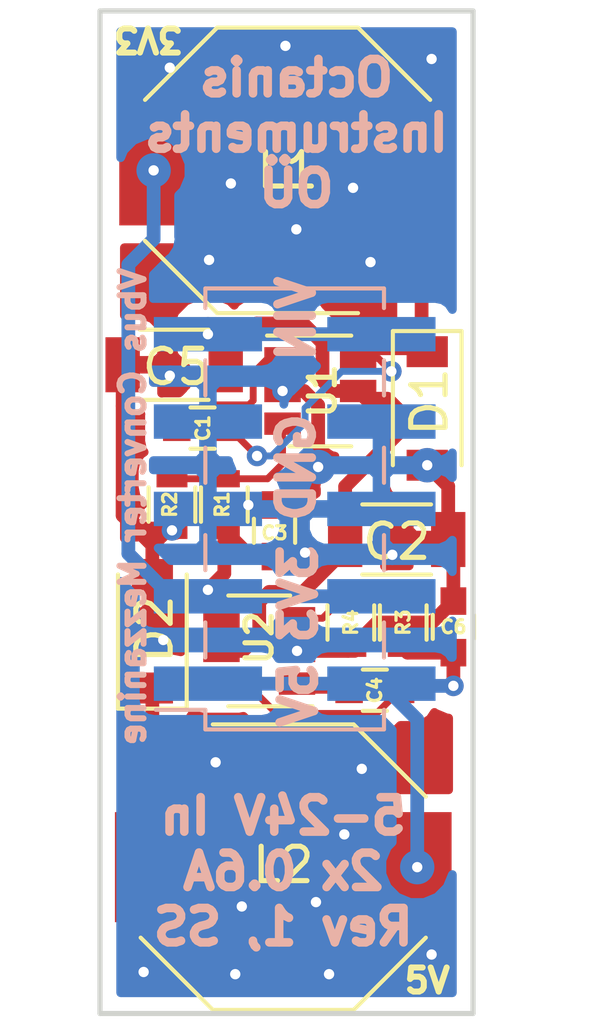
<source format=kicad_pcb>
(kicad_pcb (version 20171130) (host pcbnew "(5.0.1-3-g963ef8bb5)")

  (general
    (thickness 1.6)
    (drawings 13)
    (tracks 153)
    (zones 0)
    (modules 17)
    (nets 13)
  )

  (page A4)
  (layers
    (0 F.Cu signal)
    (31 B.Cu signal)
    (32 B.Adhes user)
    (33 F.Adhes user)
    (34 B.Paste user)
    (35 F.Paste user)
    (36 B.SilkS user)
    (37 F.SilkS user)
    (38 B.Mask user)
    (39 F.Mask user)
    (40 Dwgs.User user)
    (41 Cmts.User user)
    (42 Eco1.User user)
    (43 Eco2.User user)
    (44 Edge.Cuts user)
    (45 Margin user)
    (46 B.CrtYd user)
    (47 F.CrtYd user)
    (48 B.Fab user)
    (49 F.Fab user)
  )

  (setup
    (last_trace_width 0.25)
    (user_trace_width 0.2)
    (user_trace_width 0.25)
    (user_trace_width 0.4)
    (trace_clearance 0.2)
    (zone_clearance 0.4)
    (zone_45_only no)
    (trace_min 0.2)
    (segment_width 0.2)
    (edge_width 0.15)
    (via_size 0.6)
    (via_drill 0.3)
    (via_min_size 0.4)
    (via_min_drill 0.3)
    (user_via 0.6 0.3)
    (user_via 0.7 0.4)
    (user_via 1 0.3)
    (uvia_size 0.3)
    (uvia_drill 0.1)
    (uvias_allowed no)
    (uvia_min_size 0.2)
    (uvia_min_drill 0.1)
    (pcb_text_width 0.3)
    (pcb_text_size 1.5 1.5)
    (mod_edge_width 0.15)
    (mod_text_size 1 1)
    (mod_text_width 0.15)
    (pad_size 1.524 1.524)
    (pad_drill 0.762)
    (pad_to_mask_clearance 0.051)
    (solder_mask_min_width 0.25)
    (aux_axis_origin 0 0)
    (visible_elements FFFDFFFF)
    (pcbplotparams
      (layerselection 0x010fc_ffffffff)
      (usegerberextensions false)
      (usegerberattributes false)
      (usegerberadvancedattributes false)
      (creategerberjobfile false)
      (excludeedgelayer true)
      (linewidth 0.149860)
      (plotframeref false)
      (viasonmask false)
      (mode 1)
      (useauxorigin false)
      (hpglpennumber 1)
      (hpglpenspeed 20)
      (hpglpendiameter 15.000000)
      (psnegative false)
      (psa4output false)
      (plotreference true)
      (plotvalue true)
      (plotinvisibletext false)
      (padsonsilk false)
      (subtractmaskfromsilk false)
      (outputformat 1)
      (mirror false)
      (drillshape 1)
      (scaleselection 1)
      (outputdirectory ""))
  )

  (net 0 "")
  (net 1 "Net-(C1-Pad1)")
  (net 2 "Net-(C1-Pad2)")
  (net 3 GND)
  (net 4 VBUS)
  (net 5 "Net-(C4-Pad1)")
  (net 6 "Net-(C4-Pad2)")
  (net 7 +3V3)
  (net 8 +5V)
  (net 9 "Net-(R1-Pad2)")
  (net 10 "Net-(R3-Pad2)")
  (net 11 "Net-(U1-Pad4)")
  (net 12 "Net-(U2-Pad4)")

  (net_class Default "This is the default net class."
    (clearance 0.2)
    (trace_width 0.2)
    (via_dia 0.6)
    (via_drill 0.3)
    (uvia_dia 0.3)
    (uvia_drill 0.1)
    (add_net +3V3)
    (add_net +5V)
    (add_net GND)
    (add_net "Net-(C1-Pad1)")
    (add_net "Net-(C1-Pad2)")
    (add_net "Net-(C4-Pad1)")
    (add_net "Net-(C4-Pad2)")
    (add_net "Net-(R1-Pad2)")
    (add_net "Net-(R3-Pad2)")
    (add_net "Net-(U1-Pad4)")
    (add_net "Net-(U2-Pad4)")
    (add_net VBUS)
  )

  (net_class Power ""
    (clearance 0.25)
    (trace_width 0.4)
    (via_dia 1)
    (via_drill 0.6)
    (uvia_dia 0.3)
    (uvia_drill 0.1)
  )

  (module Capacitors_SMD:C_0603 (layer F.Cu) (tedit 5C45E7A5) (tstamp 5C45ECE3)
    (at 104.3305 67.183 180)
    (descr "Capacitor SMD 0603, reflow soldering, AVX (see smccp.pdf)")
    (tags "capacitor 0603")
    (path /5C4C38BE)
    (attr smd)
    (fp_text reference C1 (at -0.012 0 270) (layer F.SilkS)
      (effects (font (size 0.381 0.381) (thickness 0.09525)))
    )
    (fp_text value Cboot,0.1u (at 0 1.5 180) (layer F.Fab)
      (effects (font (size 1 1) (thickness 0.15)))
    )
    (fp_text user %R (at 0 0 180) (layer F.Fab)
      (effects (font (size 0.3 0.3) (thickness 0.075)))
    )
    (fp_line (start -0.8 0.4) (end -0.8 -0.4) (layer F.Fab) (width 0.1))
    (fp_line (start 0.8 0.4) (end -0.8 0.4) (layer F.Fab) (width 0.1))
    (fp_line (start 0.8 -0.4) (end 0.8 0.4) (layer F.Fab) (width 0.1))
    (fp_line (start -0.8 -0.4) (end 0.8 -0.4) (layer F.Fab) (width 0.1))
    (fp_line (start -0.35 -0.6) (end 0.35 -0.6) (layer F.SilkS) (width 0.12))
    (fp_line (start 0.35 0.6) (end -0.35 0.6) (layer F.SilkS) (width 0.12))
    (fp_line (start -1.4 -0.65) (end 1.4 -0.65) (layer F.CrtYd) (width 0.05))
    (fp_line (start -1.4 -0.65) (end -1.4 0.65) (layer F.CrtYd) (width 0.05))
    (fp_line (start 1.4 0.65) (end 1.4 -0.65) (layer F.CrtYd) (width 0.05))
    (fp_line (start 1.4 0.65) (end -1.4 0.65) (layer F.CrtYd) (width 0.05))
    (pad 1 smd rect (at -0.75 0 180) (size 0.8 0.75) (layers F.Cu F.Paste F.Mask)
      (net 1 "Net-(C1-Pad1)"))
    (pad 2 smd rect (at 0.75 0 180) (size 0.8 0.75) (layers F.Cu F.Paste F.Mask)
      (net 2 "Net-(C1-Pad2)"))
    (model Capacitors_SMD.3dshapes/C_0603.wrl
      (at (xyz 0 0 0))
      (scale (xyz 1 1 1))
      (rotate (xyz 0 0 0))
    )
  )

  (module Capacitors_SMD:C_1206 (layer F.Cu) (tedit 58AA84B8) (tstamp 5C461BF7)
    (at 109.982 70.4215)
    (descr "Capacitor SMD 1206, reflow soldering, AVX (see smccp.pdf)")
    (tags "capacitor 1206")
    (path /5C4C3436)
    (attr smd)
    (fp_text reference C2 (at 0 0.0635) (layer F.SilkS)
      (effects (font (size 1 1) (thickness 0.15)))
    )
    (fp_text value Cin,2.2u (at 0 2) (layer F.Fab)
      (effects (font (size 1 1) (thickness 0.15)))
    )
    (fp_line (start 2.25 1.05) (end -2.25 1.05) (layer F.CrtYd) (width 0.05))
    (fp_line (start 2.25 1.05) (end 2.25 -1.05) (layer F.CrtYd) (width 0.05))
    (fp_line (start -2.25 -1.05) (end -2.25 1.05) (layer F.CrtYd) (width 0.05))
    (fp_line (start -2.25 -1.05) (end 2.25 -1.05) (layer F.CrtYd) (width 0.05))
    (fp_line (start -1 1.02) (end 1 1.02) (layer F.SilkS) (width 0.12))
    (fp_line (start 1 -1.02) (end -1 -1.02) (layer F.SilkS) (width 0.12))
    (fp_line (start -1.6 -0.8) (end 1.6 -0.8) (layer F.Fab) (width 0.1))
    (fp_line (start 1.6 -0.8) (end 1.6 0.8) (layer F.Fab) (width 0.1))
    (fp_line (start 1.6 0.8) (end -1.6 0.8) (layer F.Fab) (width 0.1))
    (fp_line (start -1.6 0.8) (end -1.6 -0.8) (layer F.Fab) (width 0.1))
    (fp_text user %R (at 0 0.0635) (layer F.Fab)
      (effects (font (size 1 1) (thickness 0.15)))
    )
    (pad 2 smd rect (at 1.5 0) (size 1 1.6) (layers F.Cu F.Paste F.Mask)
      (net 3 GND))
    (pad 1 smd rect (at -1.5 0) (size 1 1.6) (layers F.Cu F.Paste F.Mask)
      (net 4 VBUS))
    (model Capacitors_SMD.3dshapes/C_1206.wrl
      (at (xyz 0 0 0))
      (scale (xyz 1 1 1))
      (rotate (xyz 0 0 0))
    )
  )

  (module Capacitors_SMD:C_0603 (layer F.Cu) (tedit 5C45E768) (tstamp 5C45ED05)
    (at 106.426 70.1675 90)
    (descr "Capacitor SMD 0603, reflow soldering, AVX (see smccp.pdf)")
    (tags "capacitor 0603")
    (path /5C4C39F1)
    (attr smd)
    (fp_text reference C3 (at -0.0635 0 180) (layer F.SilkS)
      (effects (font (size 0.381 0.381) (thickness 0.09525)))
    )
    (fp_text value Cout,22u (at 0 1.5 90) (layer F.Fab)
      (effects (font (size 1 1) (thickness 0.15)))
    )
    (fp_line (start 1.4 0.65) (end -1.4 0.65) (layer F.CrtYd) (width 0.05))
    (fp_line (start 1.4 0.65) (end 1.4 -0.65) (layer F.CrtYd) (width 0.05))
    (fp_line (start -1.4 -0.65) (end -1.4 0.65) (layer F.CrtYd) (width 0.05))
    (fp_line (start -1.4 -0.65) (end 1.4 -0.65) (layer F.CrtYd) (width 0.05))
    (fp_line (start 0.35 0.6) (end -0.35 0.6) (layer F.SilkS) (width 0.12))
    (fp_line (start -0.35 -0.6) (end 0.35 -0.6) (layer F.SilkS) (width 0.12))
    (fp_line (start -0.8 -0.4) (end 0.8 -0.4) (layer F.Fab) (width 0.1))
    (fp_line (start 0.8 -0.4) (end 0.8 0.4) (layer F.Fab) (width 0.1))
    (fp_line (start 0.8 0.4) (end -0.8 0.4) (layer F.Fab) (width 0.1))
    (fp_line (start -0.8 0.4) (end -0.8 -0.4) (layer F.Fab) (width 0.1))
    (fp_text user %R (at 0 0 90) (layer F.Fab)
      (effects (font (size 0.3 0.3) (thickness 0.075)))
    )
    (pad 2 smd rect (at 0.75 0 90) (size 0.8 0.75) (layers F.Cu F.Paste F.Mask)
      (net 3 GND))
    (pad 1 smd rect (at -0.75 0 90) (size 0.8 0.75) (layers F.Cu F.Paste F.Mask)
      (net 7 +3V3))
    (model Capacitors_SMD.3dshapes/C_0603.wrl
      (at (xyz 0 0 0))
      (scale (xyz 1 1 1))
      (rotate (xyz 0 0 0))
    )
  )

  (module Capacitors_SMD:C_0603 (layer F.Cu) (tedit 5C45E7E1) (tstamp 5C45ED16)
    (at 109.347 74.803 180)
    (descr "Capacitor SMD 0603, reflow soldering, AVX (see smccp.pdf)")
    (tags "capacitor 0603")
    (path /5C4C7B9A)
    (attr smd)
    (fp_text reference C4 (at 0 0 270) (layer F.SilkS)
      (effects (font (size 0.381 0.381) (thickness 0.09525)))
    )
    (fp_text value Cboot,0.1u (at 0 1.5 180) (layer F.Fab)
      (effects (font (size 1 1) (thickness 0.15)))
    )
    (fp_text user %R (at 0 0 180) (layer F.Fab)
      (effects (font (size 0.3 0.3) (thickness 0.075)))
    )
    (fp_line (start -0.8 0.4) (end -0.8 -0.4) (layer F.Fab) (width 0.1))
    (fp_line (start 0.8 0.4) (end -0.8 0.4) (layer F.Fab) (width 0.1))
    (fp_line (start 0.8 -0.4) (end 0.8 0.4) (layer F.Fab) (width 0.1))
    (fp_line (start -0.8 -0.4) (end 0.8 -0.4) (layer F.Fab) (width 0.1))
    (fp_line (start -0.35 -0.6) (end 0.35 -0.6) (layer F.SilkS) (width 0.12))
    (fp_line (start 0.35 0.6) (end -0.35 0.6) (layer F.SilkS) (width 0.12))
    (fp_line (start -1.4 -0.65) (end 1.4 -0.65) (layer F.CrtYd) (width 0.05))
    (fp_line (start -1.4 -0.65) (end -1.4 0.65) (layer F.CrtYd) (width 0.05))
    (fp_line (start 1.4 0.65) (end 1.4 -0.65) (layer F.CrtYd) (width 0.05))
    (fp_line (start 1.4 0.65) (end -1.4 0.65) (layer F.CrtYd) (width 0.05))
    (pad 1 smd rect (at -0.75 0 180) (size 0.8 0.75) (layers F.Cu F.Paste F.Mask)
      (net 5 "Net-(C4-Pad1)"))
    (pad 2 smd rect (at 0.75 0 180) (size 0.8 0.75) (layers F.Cu F.Paste F.Mask)
      (net 6 "Net-(C4-Pad2)"))
    (model Capacitors_SMD.3dshapes/C_0603.wrl
      (at (xyz 0 0 0))
      (scale (xyz 1 1 1))
      (rotate (xyz 0 0 0))
    )
  )

  (module Capacitors_SMD:C_1206 (layer F.Cu) (tedit 58AA84B8) (tstamp 5C45ED27)
    (at 103.505 65.3415 180)
    (descr "Capacitor SMD 1206, reflow soldering, AVX (see smccp.pdf)")
    (tags "capacitor 1206")
    (path /5C4C7B85)
    (attr smd)
    (fp_text reference C5 (at -0.0635 -0.0635 180) (layer F.SilkS)
      (effects (font (size 1 1) (thickness 0.15)))
    )
    (fp_text value Cin,2.2u (at 0 2 180) (layer F.Fab)
      (effects (font (size 1 1) (thickness 0.15)))
    )
    (fp_text user %R (at -0.0635 -0.0635 180) (layer F.Fab)
      (effects (font (size 1 1) (thickness 0.15)))
    )
    (fp_line (start -1.6 0.8) (end -1.6 -0.8) (layer F.Fab) (width 0.1))
    (fp_line (start 1.6 0.8) (end -1.6 0.8) (layer F.Fab) (width 0.1))
    (fp_line (start 1.6 -0.8) (end 1.6 0.8) (layer F.Fab) (width 0.1))
    (fp_line (start -1.6 -0.8) (end 1.6 -0.8) (layer F.Fab) (width 0.1))
    (fp_line (start 1 -1.02) (end -1 -1.02) (layer F.SilkS) (width 0.12))
    (fp_line (start -1 1.02) (end 1 1.02) (layer F.SilkS) (width 0.12))
    (fp_line (start -2.25 -1.05) (end 2.25 -1.05) (layer F.CrtYd) (width 0.05))
    (fp_line (start -2.25 -1.05) (end -2.25 1.05) (layer F.CrtYd) (width 0.05))
    (fp_line (start 2.25 1.05) (end 2.25 -1.05) (layer F.CrtYd) (width 0.05))
    (fp_line (start 2.25 1.05) (end -2.25 1.05) (layer F.CrtYd) (width 0.05))
    (pad 1 smd rect (at -1.5 0 180) (size 1 1.6) (layers F.Cu F.Paste F.Mask)
      (net 4 VBUS))
    (pad 2 smd rect (at 1.5 0 180) (size 1 1.6) (layers F.Cu F.Paste F.Mask)
      (net 3 GND))
    (model Capacitors_SMD.3dshapes/C_1206.wrl
      (at (xyz 0 0 0))
      (scale (xyz 1 1 1))
      (rotate (xyz 0 0 0))
    )
  )

  (module Capacitors_SMD:C_0603 (layer F.Cu) (tedit 5C45E783) (tstamp 5C45ED38)
    (at 111.633 72.9615 90)
    (descr "Capacitor SMD 0603, reflow soldering, AVX (see smccp.pdf)")
    (tags "capacitor 0603")
    (path /5C4C7BAF)
    (attr smd)
    (fp_text reference C6 (at 0 0 180) (layer F.SilkS)
      (effects (font (size 0.381 0.381) (thickness 0.09525)))
    )
    (fp_text value Cout,22u (at 0 1.5 90) (layer F.Fab)
      (effects (font (size 1 1) (thickness 0.15)))
    )
    (fp_line (start 1.4 0.65) (end -1.4 0.65) (layer F.CrtYd) (width 0.05))
    (fp_line (start 1.4 0.65) (end 1.4 -0.65) (layer F.CrtYd) (width 0.05))
    (fp_line (start -1.4 -0.65) (end -1.4 0.65) (layer F.CrtYd) (width 0.05))
    (fp_line (start -1.4 -0.65) (end 1.4 -0.65) (layer F.CrtYd) (width 0.05))
    (fp_line (start 0.35 0.6) (end -0.35 0.6) (layer F.SilkS) (width 0.12))
    (fp_line (start -0.35 -0.6) (end 0.35 -0.6) (layer F.SilkS) (width 0.12))
    (fp_line (start -0.8 -0.4) (end 0.8 -0.4) (layer F.Fab) (width 0.1))
    (fp_line (start 0.8 -0.4) (end 0.8 0.4) (layer F.Fab) (width 0.1))
    (fp_line (start 0.8 0.4) (end -0.8 0.4) (layer F.Fab) (width 0.1))
    (fp_line (start -0.8 0.4) (end -0.8 -0.4) (layer F.Fab) (width 0.1))
    (fp_text user %R (at 0 0 90) (layer F.Fab)
      (effects (font (size 0.3 0.3) (thickness 0.075)))
    )
    (pad 2 smd rect (at 0.75 0 90) (size 0.8 0.75) (layers F.Cu F.Paste F.Mask)
      (net 3 GND))
    (pad 1 smd rect (at -0.75 0 90) (size 0.8 0.75) (layers F.Cu F.Paste F.Mask)
      (net 8 +5V))
    (model Capacitors_SMD.3dshapes/C_0603.wrl
      (at (xyz 0 0 0))
      (scale (xyz 1 1 1))
      (rotate (xyz 0 0 0))
    )
  )

  (module Diodes_SMD:D_SOD-123 (layer F.Cu) (tedit 58645DC7) (tstamp 5C45ED51)
    (at 110.871 66.6115 270)
    (descr SOD-123)
    (tags SOD-123)
    (path /5C4C3863)
    (attr smd)
    (fp_text reference D1 (at -0.1905 -0.0635 270) (layer F.SilkS)
      (effects (font (size 1 1) (thickness 0.15)))
    )
    (fp_text value 30V,1A (at 0 2.1 270) (layer F.Fab)
      (effects (font (size 1 1) (thickness 0.15)))
    )
    (fp_line (start -2.25 -1) (end 1.65 -1) (layer F.SilkS) (width 0.12))
    (fp_line (start -2.25 1) (end 1.65 1) (layer F.SilkS) (width 0.12))
    (fp_line (start -2.35 -1.15) (end -2.35 1.15) (layer F.CrtYd) (width 0.05))
    (fp_line (start 2.35 1.15) (end -2.35 1.15) (layer F.CrtYd) (width 0.05))
    (fp_line (start 2.35 -1.15) (end 2.35 1.15) (layer F.CrtYd) (width 0.05))
    (fp_line (start -2.35 -1.15) (end 2.35 -1.15) (layer F.CrtYd) (width 0.05))
    (fp_line (start -1.4 -0.9) (end 1.4 -0.9) (layer F.Fab) (width 0.1))
    (fp_line (start 1.4 -0.9) (end 1.4 0.9) (layer F.Fab) (width 0.1))
    (fp_line (start 1.4 0.9) (end -1.4 0.9) (layer F.Fab) (width 0.1))
    (fp_line (start -1.4 0.9) (end -1.4 -0.9) (layer F.Fab) (width 0.1))
    (fp_line (start -0.75 0) (end -0.35 0) (layer F.Fab) (width 0.1))
    (fp_line (start -0.35 0) (end -0.35 -0.55) (layer F.Fab) (width 0.1))
    (fp_line (start -0.35 0) (end -0.35 0.55) (layer F.Fab) (width 0.1))
    (fp_line (start -0.35 0) (end 0.25 -0.4) (layer F.Fab) (width 0.1))
    (fp_line (start 0.25 -0.4) (end 0.25 0.4) (layer F.Fab) (width 0.1))
    (fp_line (start 0.25 0.4) (end -0.35 0) (layer F.Fab) (width 0.1))
    (fp_line (start 0.25 0) (end 0.75 0) (layer F.Fab) (width 0.1))
    (fp_line (start -2.25 -1) (end -2.25 1) (layer F.SilkS) (width 0.12))
    (fp_text user %R (at -0.1905 -0.0635 270) (layer F.Fab)
      (effects (font (size 1 1) (thickness 0.15)))
    )
    (pad 2 smd rect (at 1.65 0 270) (size 0.9 1.2) (layers F.Cu F.Paste F.Mask)
      (net 3 GND))
    (pad 1 smd rect (at -1.65 0 270) (size 0.9 1.2) (layers F.Cu F.Paste F.Mask)
      (net 1 "Net-(C1-Pad1)"))
    (model ${KISYS3DMOD}/Diodes_SMD.3dshapes/D_SOD-123.wrl
      (at (xyz 0 0 0))
      (scale (xyz 1 1 1))
      (rotate (xyz 0 0 0))
    )
  )

  (module Diodes_SMD:D_SOD-123 (layer F.Cu) (tedit 58645DC7) (tstamp 5C45FDB6)
    (at 102.87 73.0885 90)
    (descr SOD-123)
    (tags SOD-123)
    (path /5C4C7B93)
    (attr smd)
    (fp_text reference D2 (at 0.0635 0.0635 90) (layer F.SilkS)
      (effects (font (size 1 1) (thickness 0.15)))
    )
    (fp_text value 30V,1A (at 0 2.1 90) (layer F.Fab)
      (effects (font (size 1 1) (thickness 0.15)))
    )
    (fp_text user %R (at 0.0635 0.0635 90) (layer F.Fab)
      (effects (font (size 1 1) (thickness 0.15)))
    )
    (fp_line (start -2.25 -1) (end -2.25 1) (layer F.SilkS) (width 0.12))
    (fp_line (start 0.25 0) (end 0.75 0) (layer F.Fab) (width 0.1))
    (fp_line (start 0.25 0.4) (end -0.35 0) (layer F.Fab) (width 0.1))
    (fp_line (start 0.25 -0.4) (end 0.25 0.4) (layer F.Fab) (width 0.1))
    (fp_line (start -0.35 0) (end 0.25 -0.4) (layer F.Fab) (width 0.1))
    (fp_line (start -0.35 0) (end -0.35 0.55) (layer F.Fab) (width 0.1))
    (fp_line (start -0.35 0) (end -0.35 -0.55) (layer F.Fab) (width 0.1))
    (fp_line (start -0.75 0) (end -0.35 0) (layer F.Fab) (width 0.1))
    (fp_line (start -1.4 0.9) (end -1.4 -0.9) (layer F.Fab) (width 0.1))
    (fp_line (start 1.4 0.9) (end -1.4 0.9) (layer F.Fab) (width 0.1))
    (fp_line (start 1.4 -0.9) (end 1.4 0.9) (layer F.Fab) (width 0.1))
    (fp_line (start -1.4 -0.9) (end 1.4 -0.9) (layer F.Fab) (width 0.1))
    (fp_line (start -2.35 -1.15) (end 2.35 -1.15) (layer F.CrtYd) (width 0.05))
    (fp_line (start 2.35 -1.15) (end 2.35 1.15) (layer F.CrtYd) (width 0.05))
    (fp_line (start 2.35 1.15) (end -2.35 1.15) (layer F.CrtYd) (width 0.05))
    (fp_line (start -2.35 -1.15) (end -2.35 1.15) (layer F.CrtYd) (width 0.05))
    (fp_line (start -2.25 1) (end 1.65 1) (layer F.SilkS) (width 0.12))
    (fp_line (start -2.25 -1) (end 1.65 -1) (layer F.SilkS) (width 0.12))
    (pad 1 smd rect (at -1.65 0 90) (size 0.9 1.2) (layers F.Cu F.Paste F.Mask)
      (net 5 "Net-(C4-Pad1)"))
    (pad 2 smd rect (at 1.65 0 90) (size 0.9 1.2) (layers F.Cu F.Paste F.Mask)
      (net 3 GND))
    (model ${KISYS3DMOD}/Diodes_SMD.3dshapes/D_SOD-123.wrl
      (at (xyz 0 0 0))
      (scale (xyz 1 1 1))
      (rotate (xyz 0 0 0))
    )
  )

  (module Pin_Headers:Pin_Header_Straight_2x05_Pitch2.54mm_SMD (layer B.Cu) (tedit 5C45FB28) (tstamp 5C45EDAF)
    (at 107.0125 69.5325)
    (descr "surface-mounted straight pin header, 2x05, 2.54mm pitch, double rows")
    (tags "Surface mounted pin header SMD 2x05 2.54mm double row")
    (path /5C4DF132)
    (attr smd)
    (fp_text reference J1 (at 0 7.41) (layer B.SilkS) hide
      (effects (font (size 1 1) (thickness 0.15)) (justify mirror))
    )
    (fp_text value Conn_02x05_Odd_Even (at 0 -7.41) (layer B.Fab)
      (effects (font (size 1 1) (thickness 0.15)) (justify mirror))
    )
    (fp_text user %R (at 0 0 -90) (layer B.Fab)
      (effects (font (size 1 1) (thickness 0.15)) (justify mirror))
    )
    (fp_line (start 5.9 6.85) (end -5.9 6.85) (layer B.CrtYd) (width 0.05))
    (fp_line (start 5.9 -6.85) (end 5.9 6.85) (layer B.CrtYd) (width 0.05))
    (fp_line (start -5.9 -6.85) (end 5.9 -6.85) (layer B.CrtYd) (width 0.05))
    (fp_line (start -5.9 6.85) (end -5.9 -6.85) (layer B.CrtYd) (width 0.05))
    (fp_line (start 2.6 -3.3) (end 2.6 -4.32) (layer B.SilkS) (width 0.12))
    (fp_line (start -2.6 -3.3) (end -2.6 -4.32) (layer B.SilkS) (width 0.12))
    (fp_line (start 2.6 -0.76) (end 2.6 -1.78) (layer B.SilkS) (width 0.12))
    (fp_line (start -2.6 -0.76) (end -2.6 -1.78) (layer B.SilkS) (width 0.12))
    (fp_line (start 2.6 1.78) (end 2.6 0.76) (layer B.SilkS) (width 0.12))
    (fp_line (start -2.6 1.78) (end -2.6 0.76) (layer B.SilkS) (width 0.12))
    (fp_line (start 2.6 4.32) (end 2.6 3.3) (layer B.SilkS) (width 0.12))
    (fp_line (start -2.6 4.32) (end -2.6 3.3) (layer B.SilkS) (width 0.12))
    (fp_line (start 2.6 -5.84) (end 2.6 -6.41) (layer B.SilkS) (width 0.12))
    (fp_line (start -2.6 -5.84) (end -2.6 -6.41) (layer B.SilkS) (width 0.12))
    (fp_line (start 2.6 6.41) (end 2.6 5.84) (layer B.SilkS) (width 0.12))
    (fp_line (start -2.6 6.41) (end -2.6 5.84) (layer B.SilkS) (width 0.12))
    (fp_line (start -4.04 5.84) (end -2.6 5.84) (layer B.SilkS) (width 0.12))
    (fp_line (start -2.6 -6.41) (end 2.6 -6.41) (layer B.SilkS) (width 0.12))
    (fp_line (start -2.6 6.41) (end 2.6 6.41) (layer B.SilkS) (width 0.12))
    (fp_line (start 3.6 -5.4) (end 2.54 -5.4) (layer B.Fab) (width 0.1))
    (fp_line (start 3.6 -4.76) (end 3.6 -5.4) (layer B.Fab) (width 0.1))
    (fp_line (start 2.54 -4.76) (end 3.6 -4.76) (layer B.Fab) (width 0.1))
    (fp_line (start -3.6 -5.4) (end -2.54 -5.4) (layer B.Fab) (width 0.1))
    (fp_line (start -3.6 -4.76) (end -3.6 -5.4) (layer B.Fab) (width 0.1))
    (fp_line (start -2.54 -4.76) (end -3.6 -4.76) (layer B.Fab) (width 0.1))
    (fp_line (start 3.6 -2.86) (end 2.54 -2.86) (layer B.Fab) (width 0.1))
    (fp_line (start 3.6 -2.22) (end 3.6 -2.86) (layer B.Fab) (width 0.1))
    (fp_line (start 2.54 -2.22) (end 3.6 -2.22) (layer B.Fab) (width 0.1))
    (fp_line (start -3.6 -2.86) (end -2.54 -2.86) (layer B.Fab) (width 0.1))
    (fp_line (start -3.6 -2.22) (end -3.6 -2.86) (layer B.Fab) (width 0.1))
    (fp_line (start -2.54 -2.22) (end -3.6 -2.22) (layer B.Fab) (width 0.1))
    (fp_line (start 3.6 -0.32) (end 2.54 -0.32) (layer B.Fab) (width 0.1))
    (fp_line (start 3.6 0.32) (end 3.6 -0.32) (layer B.Fab) (width 0.1))
    (fp_line (start 2.54 0.32) (end 3.6 0.32) (layer B.Fab) (width 0.1))
    (fp_line (start -3.6 -0.32) (end -2.54 -0.32) (layer B.Fab) (width 0.1))
    (fp_line (start -3.6 0.32) (end -3.6 -0.32) (layer B.Fab) (width 0.1))
    (fp_line (start -2.54 0.32) (end -3.6 0.32) (layer B.Fab) (width 0.1))
    (fp_line (start 3.6 2.22) (end 2.54 2.22) (layer B.Fab) (width 0.1))
    (fp_line (start 3.6 2.86) (end 3.6 2.22) (layer B.Fab) (width 0.1))
    (fp_line (start 2.54 2.86) (end 3.6 2.86) (layer B.Fab) (width 0.1))
    (fp_line (start -3.6 2.22) (end -2.54 2.22) (layer B.Fab) (width 0.1))
    (fp_line (start -3.6 2.86) (end -3.6 2.22) (layer B.Fab) (width 0.1))
    (fp_line (start -2.54 2.86) (end -3.6 2.86) (layer B.Fab) (width 0.1))
    (fp_line (start 3.6 4.76) (end 2.54 4.76) (layer B.Fab) (width 0.1))
    (fp_line (start 3.6 5.4) (end 3.6 4.76) (layer B.Fab) (width 0.1))
    (fp_line (start 2.54 5.4) (end 3.6 5.4) (layer B.Fab) (width 0.1))
    (fp_line (start -3.6 4.76) (end -2.54 4.76) (layer B.Fab) (width 0.1))
    (fp_line (start -3.6 5.4) (end -3.6 4.76) (layer B.Fab) (width 0.1))
    (fp_line (start -2.54 5.4) (end -3.6 5.4) (layer B.Fab) (width 0.1))
    (fp_line (start 2.54 6.35) (end 2.54 -6.35) (layer B.Fab) (width 0.1))
    (fp_line (start -2.54 5.4) (end -1.59 6.35) (layer B.Fab) (width 0.1))
    (fp_line (start -2.54 -6.35) (end -2.54 5.4) (layer B.Fab) (width 0.1))
    (fp_line (start -1.59 6.35) (end 2.54 6.35) (layer B.Fab) (width 0.1))
    (fp_line (start 2.54 -6.35) (end -2.54 -6.35) (layer B.Fab) (width 0.1))
    (pad 10 smd rect (at 2.525 -5.08) (size 3.15 1) (layers B.Cu B.Paste B.Mask)
      (net 4 VBUS))
    (pad 9 smd rect (at -2.525 -5.08) (size 3.15 1) (layers B.Cu B.Paste B.Mask)
      (net 4 VBUS))
    (pad 8 smd rect (at 2.525 -2.54) (size 3.15 1) (layers B.Cu B.Paste B.Mask)
      (net 3 GND))
    (pad 7 smd rect (at -2.525 -2.54) (size 3.15 1) (layers B.Cu B.Paste B.Mask)
      (net 3 GND))
    (pad 6 smd rect (at 2.525 0) (size 3.15 1) (layers B.Cu B.Paste B.Mask)
      (net 3 GND))
    (pad 5 smd rect (at -2.525 0) (size 3.15 1) (layers B.Cu B.Paste B.Mask)
      (net 3 GND))
    (pad 4 smd rect (at 2.525 2.54) (size 3.15 1) (layers B.Cu B.Paste B.Mask)
      (net 7 +3V3))
    (pad 3 smd rect (at -2.525 2.54) (size 3.15 1) (layers B.Cu B.Paste B.Mask)
      (net 7 +3V3))
    (pad 2 smd rect (at 2.525 5.08) (size 3.15 1) (layers B.Cu B.Paste B.Mask)
      (net 8 +5V))
    (pad 1 smd rect (at -2.525 5.08) (size 3.15 1) (layers B.Cu B.Paste B.Mask)
      (net 8 +5V))
    (model ${KISYS3DMOD}/Pin_Headers.3dshapes/Pin_Header_Straight_2x05_Pitch2.54mm_SMD.wrl
      (at (xyz 0 0 0))
      (scale (xyz 1 1 1))
      (rotate (xyz 0 0 0))
    )
  )

  (module Inductors_SMD:L_Bourns-SRU8043 (layer F.Cu) (tedit 5990349C) (tstamp 5C4616E4)
    (at 106.807 59.69 180)
    (descr "Bourns SRU8043 series SMD inductor")
    (tags "Bourns SRU8043 SMD inductor")
    (path /5C4C37C7)
    (attr smd)
    (fp_text reference L1 (at 0 0 180) (layer F.SilkS)
      (effects (font (size 1 1) (thickness 0.15)))
    )
    (fp_text value 10uH,Ferrite,2A (at 0 -5.1 180) (layer F.Fab)
      (effects (font (size 1 1) (thickness 0.15)))
    )
    (fp_circle (center 0 0) (end 0 -3) (layer F.Fab) (width 0.1))
    (fp_line (start 2 -4) (end 4 -2) (layer F.Fab) (width 0.1))
    (fp_line (start -2 -4) (end 2 -4) (layer F.Fab) (width 0.1))
    (fp_line (start -4 -2) (end -2 -4) (layer F.Fab) (width 0.1))
    (fp_line (start -4 2) (end -4 -2) (layer F.Fab) (width 0.1))
    (fp_line (start -2 4) (end -4 2) (layer F.Fab) (width 0.1))
    (fp_line (start 2 4) (end -2 4) (layer F.Fab) (width 0.1))
    (fp_line (start 4 2) (end 2 4) (layer F.Fab) (width 0.1))
    (fp_line (start 4 -2) (end 4 2) (layer F.Fab) (width 0.1))
    (fp_line (start -2.05 -4.15) (end 2.05 -4.15) (layer F.SilkS) (width 0.12))
    (fp_line (start -2.05 4.15) (end -4.15 2.05) (layer F.SilkS) (width 0.12))
    (fp_line (start 2.05 4.15) (end -2.05 4.15) (layer F.SilkS) (width 0.12))
    (fp_line (start 2.05 4.15) (end 4.15 2.05) (layer F.SilkS) (width 0.12))
    (fp_line (start 2.05 -4.15) (end 4.15 -2.05) (layer F.SilkS) (width 0.12))
    (fp_line (start -5.15 -4.4) (end 5.15 -4.4) (layer F.CrtYd) (width 0.05))
    (fp_line (start -5.15 4.4) (end -5.15 -4.4) (layer F.CrtYd) (width 0.05))
    (fp_line (start 5.15 4.4) (end -5.15 4.4) (layer F.CrtYd) (width 0.05))
    (fp_line (start 5.15 -4.4) (end 5.15 4.4) (layer F.CrtYd) (width 0.05))
    (fp_text user %R (at 0 0 180) (layer F.Fab)
      (effects (font (size 1 1) (thickness 0.15)))
    )
    (pad 2 smd rect (at 3.9 0 180) (size 2 3.2) (layers F.Cu F.Paste F.Mask)
      (net 7 +3V3))
    (pad 1 smd rect (at -3.9 0 180) (size 2 3.2) (layers F.Cu F.Paste F.Mask)
      (net 1 "Net-(C1-Pad1)"))
    (model ${KISYS3DMOD}/Inductors_SMD.3dshapes/L_Bourns-SRU8043.wrl
      (at (xyz 0 0 0))
      (scale (xyz 1 1 1))
      (rotate (xyz 0 0 0))
    )
  )

  (module Inductors_SMD:L_Bourns-SRU8043 (layer F.Cu) (tedit 5990349C) (tstamp 5C4603BE)
    (at 106.68 79.9465)
    (descr "Bourns SRU8043 series SMD inductor")
    (tags "Bourns SRU8043 SMD inductor")
    (path /5C4C7B8C)
    (attr smd)
    (fp_text reference L2 (at 0 -0.0635) (layer F.SilkS)
      (effects (font (size 1 1) (thickness 0.15)))
    )
    (fp_text value 10uH,Ferrite,2A (at 0 -5.1) (layer F.Fab)
      (effects (font (size 1 1) (thickness 0.15)))
    )
    (fp_text user %R (at 0 0) (layer F.Fab)
      (effects (font (size 1 1) (thickness 0.15)))
    )
    (fp_line (start 5.15 -4.4) (end 5.15 4.4) (layer F.CrtYd) (width 0.05))
    (fp_line (start 5.15 4.4) (end -5.15 4.4) (layer F.CrtYd) (width 0.05))
    (fp_line (start -5.15 4.4) (end -5.15 -4.4) (layer F.CrtYd) (width 0.05))
    (fp_line (start -5.15 -4.4) (end 5.15 -4.4) (layer F.CrtYd) (width 0.05))
    (fp_line (start 2.05 -4.15) (end 4.15 -2.05) (layer F.SilkS) (width 0.12))
    (fp_line (start 2.05 4.15) (end 4.15 2.05) (layer F.SilkS) (width 0.12))
    (fp_line (start 2.05 4.15) (end -2.05 4.15) (layer F.SilkS) (width 0.12))
    (fp_line (start -2.05 4.15) (end -4.15 2.05) (layer F.SilkS) (width 0.12))
    (fp_line (start -2.05 -4.15) (end 2.05 -4.15) (layer F.SilkS) (width 0.12))
    (fp_line (start 4 -2) (end 4 2) (layer F.Fab) (width 0.1))
    (fp_line (start 4 2) (end 2 4) (layer F.Fab) (width 0.1))
    (fp_line (start 2 4) (end -2 4) (layer F.Fab) (width 0.1))
    (fp_line (start -2 4) (end -4 2) (layer F.Fab) (width 0.1))
    (fp_line (start -4 2) (end -4 -2) (layer F.Fab) (width 0.1))
    (fp_line (start -4 -2) (end -2 -4) (layer F.Fab) (width 0.1))
    (fp_line (start -2 -4) (end 2 -4) (layer F.Fab) (width 0.1))
    (fp_line (start 2 -4) (end 4 -2) (layer F.Fab) (width 0.1))
    (fp_circle (center 0 0) (end 0 -3) (layer F.Fab) (width 0.1))
    (pad 1 smd rect (at -3.9 0) (size 2 3.2) (layers F.Cu F.Paste F.Mask)
      (net 5 "Net-(C4-Pad1)"))
    (pad 2 smd rect (at 3.9 0) (size 2 3.2) (layers F.Cu F.Paste F.Mask)
      (net 8 +5V))
    (model ${KISYS3DMOD}/Inductors_SMD.3dshapes/L_Bourns-SRU8043.wrl
      (at (xyz 0 0 0))
      (scale (xyz 1 1 1))
      (rotate (xyz 0 0 0))
    )
  )

  (module Resistors_SMD:R_0603 (layer F.Cu) (tedit 5C45E79C) (tstamp 5C45EE14)
    (at 104.9655 69.4055 90)
    (descr "Resistor SMD 0603, reflow soldering, Vishay (see dcrcw.pdf)")
    (tags "resistor 0603")
    (path /5C4C3932)
    (attr smd)
    (fp_text reference R1 (at 0 -0.0635 90) (layer F.SilkS)
      (effects (font (size 0.381 0.381) (thickness 0.09525)))
    )
    (fp_text value R1,33k (at 0 1.5 90) (layer F.Fab)
      (effects (font (size 1 1) (thickness 0.15)))
    )
    (fp_line (start 1.25 0.7) (end -1.25 0.7) (layer F.CrtYd) (width 0.05))
    (fp_line (start 1.25 0.7) (end 1.25 -0.7) (layer F.CrtYd) (width 0.05))
    (fp_line (start -1.25 -0.7) (end -1.25 0.7) (layer F.CrtYd) (width 0.05))
    (fp_line (start -1.25 -0.7) (end 1.25 -0.7) (layer F.CrtYd) (width 0.05))
    (fp_line (start -0.5 -0.68) (end 0.5 -0.68) (layer F.SilkS) (width 0.12))
    (fp_line (start 0.5 0.68) (end -0.5 0.68) (layer F.SilkS) (width 0.12))
    (fp_line (start -0.8 -0.4) (end 0.8 -0.4) (layer F.Fab) (width 0.1))
    (fp_line (start 0.8 -0.4) (end 0.8 0.4) (layer F.Fab) (width 0.1))
    (fp_line (start 0.8 0.4) (end -0.8 0.4) (layer F.Fab) (width 0.1))
    (fp_line (start -0.8 0.4) (end -0.8 -0.4) (layer F.Fab) (width 0.1))
    (fp_text user %R (at 0 0 90) (layer F.Fab)
      (effects (font (size 0.4 0.4) (thickness 0.075)))
    )
    (pad 2 smd rect (at 0.75 0 90) (size 0.5 0.9) (layers F.Cu F.Paste F.Mask)
      (net 9 "Net-(R1-Pad2)"))
    (pad 1 smd rect (at -0.75 0 90) (size 0.5 0.9) (layers F.Cu F.Paste F.Mask)
      (net 7 +3V3))
    (model ${KISYS3DMOD}/Resistors_SMD.3dshapes/R_0603.wrl
      (at (xyz 0 0 0))
      (scale (xyz 1 1 1))
      (rotate (xyz 0 0 0))
    )
  )

  (module Resistors_SMD:R_0603 (layer F.Cu) (tedit 5C45E7A0) (tstamp 5C45EE25)
    (at 103.4415 69.4055 270)
    (descr "Resistor SMD 0603, reflow soldering, Vishay (see dcrcw.pdf)")
    (tags "resistor 0603")
    (path /5C4C39D2)
    (attr smd)
    (fp_text reference R2 (at 0 0.0635 270) (layer F.SilkS)
      (effects (font (size 0.381 0.381) (thickness 0.09525)))
    )
    (fp_text value R2,10k (at 0 1.5 270) (layer F.Fab)
      (effects (font (size 1 1) (thickness 0.15)))
    )
    (fp_text user %R (at 0 0 270) (layer F.Fab)
      (effects (font (size 0.4 0.4) (thickness 0.075)))
    )
    (fp_line (start -0.8 0.4) (end -0.8 -0.4) (layer F.Fab) (width 0.1))
    (fp_line (start 0.8 0.4) (end -0.8 0.4) (layer F.Fab) (width 0.1))
    (fp_line (start 0.8 -0.4) (end 0.8 0.4) (layer F.Fab) (width 0.1))
    (fp_line (start -0.8 -0.4) (end 0.8 -0.4) (layer F.Fab) (width 0.1))
    (fp_line (start 0.5 0.68) (end -0.5 0.68) (layer F.SilkS) (width 0.12))
    (fp_line (start -0.5 -0.68) (end 0.5 -0.68) (layer F.SilkS) (width 0.12))
    (fp_line (start -1.25 -0.7) (end 1.25 -0.7) (layer F.CrtYd) (width 0.05))
    (fp_line (start -1.25 -0.7) (end -1.25 0.7) (layer F.CrtYd) (width 0.05))
    (fp_line (start 1.25 0.7) (end 1.25 -0.7) (layer F.CrtYd) (width 0.05))
    (fp_line (start 1.25 0.7) (end -1.25 0.7) (layer F.CrtYd) (width 0.05))
    (pad 1 smd rect (at -0.75 0 270) (size 0.5 0.9) (layers F.Cu F.Paste F.Mask)
      (net 9 "Net-(R1-Pad2)"))
    (pad 2 smd rect (at 0.75 0 270) (size 0.5 0.9) (layers F.Cu F.Paste F.Mask)
      (net 3 GND))
    (model ${KISYS3DMOD}/Resistors_SMD.3dshapes/R_0603.wrl
      (at (xyz 0 0 0))
      (scale (xyz 1 1 1))
      (rotate (xyz 0 0 0))
    )
  )

  (module Resistors_SMD:R_0603 (layer F.Cu) (tedit 5C45E78E) (tstamp 5C45EE36)
    (at 110.1725 72.8345 90)
    (descr "Resistor SMD 0603, reflow soldering, Vishay (see dcrcw.pdf)")
    (tags "resistor 0603")
    (path /5C4C7BA1)
    (attr smd)
    (fp_text reference R3 (at 0 0 90) (layer F.SilkS)
      (effects (font (size 0.381 0.381) (thickness 0.09525)))
    )
    (fp_text value R1,54.9k (at 0 1.5 90) (layer F.Fab)
      (effects (font (size 1 1) (thickness 0.15)))
    )
    (fp_line (start 1.25 0.7) (end -1.25 0.7) (layer F.CrtYd) (width 0.05))
    (fp_line (start 1.25 0.7) (end 1.25 -0.7) (layer F.CrtYd) (width 0.05))
    (fp_line (start -1.25 -0.7) (end -1.25 0.7) (layer F.CrtYd) (width 0.05))
    (fp_line (start -1.25 -0.7) (end 1.25 -0.7) (layer F.CrtYd) (width 0.05))
    (fp_line (start -0.5 -0.68) (end 0.5 -0.68) (layer F.SilkS) (width 0.12))
    (fp_line (start 0.5 0.68) (end -0.5 0.68) (layer F.SilkS) (width 0.12))
    (fp_line (start -0.8 -0.4) (end 0.8 -0.4) (layer F.Fab) (width 0.1))
    (fp_line (start 0.8 -0.4) (end 0.8 0.4) (layer F.Fab) (width 0.1))
    (fp_line (start 0.8 0.4) (end -0.8 0.4) (layer F.Fab) (width 0.1))
    (fp_line (start -0.8 0.4) (end -0.8 -0.4) (layer F.Fab) (width 0.1))
    (fp_text user %R (at 0 0 90) (layer F.Fab)
      (effects (font (size 0.4 0.4) (thickness 0.075)))
    )
    (pad 2 smd rect (at 0.75 0 90) (size 0.5 0.9) (layers F.Cu F.Paste F.Mask)
      (net 10 "Net-(R3-Pad2)"))
    (pad 1 smd rect (at -0.75 0 90) (size 0.5 0.9) (layers F.Cu F.Paste F.Mask)
      (net 8 +5V))
    (model ${KISYS3DMOD}/Resistors_SMD.3dshapes/R_0603.wrl
      (at (xyz 0 0 0))
      (scale (xyz 1 1 1))
      (rotate (xyz 0 0 0))
    )
  )

  (module Resistors_SMD:R_0603 (layer F.Cu) (tedit 5C45E793) (tstamp 5C45EE47)
    (at 108.6485 72.8345 270)
    (descr "Resistor SMD 0603, reflow soldering, Vishay (see dcrcw.pdf)")
    (tags "resistor 0603")
    (path /5C4C7BA8)
    (attr smd)
    (fp_text reference R4 (at 0 0 270) (layer F.SilkS)
      (effects (font (size 0.381 0.381) (thickness 0.09525)))
    )
    (fp_text value R2,10k (at 0 1.5 270) (layer F.Fab)
      (effects (font (size 1 1) (thickness 0.15)))
    )
    (fp_text user %R (at 0 0 270) (layer F.Fab)
      (effects (font (size 0.4 0.4) (thickness 0.075)))
    )
    (fp_line (start -0.8 0.4) (end -0.8 -0.4) (layer F.Fab) (width 0.1))
    (fp_line (start 0.8 0.4) (end -0.8 0.4) (layer F.Fab) (width 0.1))
    (fp_line (start 0.8 -0.4) (end 0.8 0.4) (layer F.Fab) (width 0.1))
    (fp_line (start -0.8 -0.4) (end 0.8 -0.4) (layer F.Fab) (width 0.1))
    (fp_line (start 0.5 0.68) (end -0.5 0.68) (layer F.SilkS) (width 0.12))
    (fp_line (start -0.5 -0.68) (end 0.5 -0.68) (layer F.SilkS) (width 0.12))
    (fp_line (start -1.25 -0.7) (end 1.25 -0.7) (layer F.CrtYd) (width 0.05))
    (fp_line (start -1.25 -0.7) (end -1.25 0.7) (layer F.CrtYd) (width 0.05))
    (fp_line (start 1.25 0.7) (end 1.25 -0.7) (layer F.CrtYd) (width 0.05))
    (fp_line (start 1.25 0.7) (end -1.25 0.7) (layer F.CrtYd) (width 0.05))
    (pad 1 smd rect (at -0.75 0 270) (size 0.5 0.9) (layers F.Cu F.Paste F.Mask)
      (net 10 "Net-(R3-Pad2)"))
    (pad 2 smd rect (at 0.75 0 270) (size 0.5 0.9) (layers F.Cu F.Paste F.Mask)
      (net 3 GND))
    (model ${KISYS3DMOD}/Resistors_SMD.3dshapes/R_0603.wrl
      (at (xyz 0 0 0))
      (scale (xyz 1 1 1))
      (rotate (xyz 0 0 0))
    )
  )

  (module TO_SOT_Packages_SMD:SOT-23-6 (layer F.Cu) (tedit 5C45E716) (tstamp 5C460CB3)
    (at 107.7595 66.1035)
    (descr "6-pin SOT-23 package")
    (tags SOT-23-6)
    (path /5C4C33AE)
    (attr smd)
    (fp_text reference U1 (at 0.0635 0 90) (layer F.SilkS)
      (effects (font (size 0.762 0.762) (thickness 0.15)))
    )
    (fp_text value LMR14006Y (at 0 2.9) (layer F.Fab)
      (effects (font (size 1 1) (thickness 0.15)))
    )
    (fp_line (start 0.9 -1.55) (end 0.9 1.55) (layer F.Fab) (width 0.1))
    (fp_line (start 0.9 1.55) (end -0.9 1.55) (layer F.Fab) (width 0.1))
    (fp_line (start -0.9 -0.9) (end -0.9 1.55) (layer F.Fab) (width 0.1))
    (fp_line (start 0.9 -1.55) (end -0.25 -1.55) (layer F.Fab) (width 0.1))
    (fp_line (start -0.9 -0.9) (end -0.25 -1.55) (layer F.Fab) (width 0.1))
    (fp_line (start -1.9 -1.8) (end -1.9 1.8) (layer F.CrtYd) (width 0.05))
    (fp_line (start -1.9 1.8) (end 1.9 1.8) (layer F.CrtYd) (width 0.05))
    (fp_line (start 1.9 1.8) (end 1.9 -1.8) (layer F.CrtYd) (width 0.05))
    (fp_line (start 1.9 -1.8) (end -1.9 -1.8) (layer F.CrtYd) (width 0.05))
    (fp_line (start 0.9 -1.61) (end -1.55 -1.61) (layer F.SilkS) (width 0.12))
    (fp_line (start -0.9 1.61) (end 0.9 1.61) (layer F.SilkS) (width 0.12))
    (fp_text user %R (at 0 0 90) (layer F.Fab)
      (effects (font (size 0.5 0.5) (thickness 0.075)))
    )
    (pad 5 smd rect (at 1.1 0) (size 1.06 0.65) (layers F.Cu F.Paste F.Mask)
      (net 4 VBUS))
    (pad 6 smd rect (at 1.1 -0.95) (size 1.06 0.65) (layers F.Cu F.Paste F.Mask)
      (net 1 "Net-(C1-Pad1)"))
    (pad 4 smd rect (at 1.1 0.95) (size 1.06 0.65) (layers F.Cu F.Paste F.Mask)
      (net 11 "Net-(U1-Pad4)"))
    (pad 3 smd rect (at -1.1 0.95) (size 1.06 0.65) (layers F.Cu F.Paste F.Mask)
      (net 9 "Net-(R1-Pad2)"))
    (pad 2 smd rect (at -1.1 0) (size 1.06 0.65) (layers F.Cu F.Paste F.Mask)
      (net 3 GND))
    (pad 1 smd rect (at -1.1 -0.95) (size 1.06 0.65) (layers F.Cu F.Paste F.Mask)
      (net 2 "Net-(C1-Pad2)"))
    (model ${KISYS3DMOD}/TO_SOT_Packages_SMD.3dshapes/SOT-23-6.wrl
      (at (xyz 0 0 0))
      (scale (xyz 1 1 1))
      (rotate (xyz 0 0 0))
    )
  )

  (module TO_SOT_Packages_SMD:SOT-23-6 (layer F.Cu) (tedit 5C45E71F) (tstamp 5C45EE7F)
    (at 105.9815 73.66 180)
    (descr "6-pin SOT-23 package")
    (tags SOT-23-6)
    (path /5C4C7B7E)
    (attr smd)
    (fp_text reference U2 (at 0 0.381 270) (layer F.SilkS)
      (effects (font (size 0.762 0.762) (thickness 0.15)))
    )
    (fp_text value LMR14006Y (at 0 2.9 180) (layer F.Fab)
      (effects (font (size 1 1) (thickness 0.15)))
    )
    (fp_text user %R (at 0 0 270) (layer F.Fab)
      (effects (font (size 0.5 0.5) (thickness 0.075)))
    )
    (fp_line (start -0.9 1.61) (end 0.9 1.61) (layer F.SilkS) (width 0.12))
    (fp_line (start 0.9 -1.61) (end -1.55 -1.61) (layer F.SilkS) (width 0.12))
    (fp_line (start 1.9 -1.8) (end -1.9 -1.8) (layer F.CrtYd) (width 0.05))
    (fp_line (start 1.9 1.8) (end 1.9 -1.8) (layer F.CrtYd) (width 0.05))
    (fp_line (start -1.9 1.8) (end 1.9 1.8) (layer F.CrtYd) (width 0.05))
    (fp_line (start -1.9 -1.8) (end -1.9 1.8) (layer F.CrtYd) (width 0.05))
    (fp_line (start -0.9 -0.9) (end -0.25 -1.55) (layer F.Fab) (width 0.1))
    (fp_line (start 0.9 -1.55) (end -0.25 -1.55) (layer F.Fab) (width 0.1))
    (fp_line (start -0.9 -0.9) (end -0.9 1.55) (layer F.Fab) (width 0.1))
    (fp_line (start 0.9 1.55) (end -0.9 1.55) (layer F.Fab) (width 0.1))
    (fp_line (start 0.9 -1.55) (end 0.9 1.55) (layer F.Fab) (width 0.1))
    (pad 1 smd rect (at -1.1 -0.95 180) (size 1.06 0.65) (layers F.Cu F.Paste F.Mask)
      (net 6 "Net-(C4-Pad2)"))
    (pad 2 smd rect (at -1.1 0 180) (size 1.06 0.65) (layers F.Cu F.Paste F.Mask)
      (net 3 GND))
    (pad 3 smd rect (at -1.1 0.95 180) (size 1.06 0.65) (layers F.Cu F.Paste F.Mask)
      (net 10 "Net-(R3-Pad2)"))
    (pad 4 smd rect (at 1.1 0.95 180) (size 1.06 0.65) (layers F.Cu F.Paste F.Mask)
      (net 12 "Net-(U2-Pad4)"))
    (pad 6 smd rect (at 1.1 -0.95 180) (size 1.06 0.65) (layers F.Cu F.Paste F.Mask)
      (net 5 "Net-(C4-Pad1)"))
    (pad 5 smd rect (at 1.1 0 180) (size 1.06 0.65) (layers F.Cu F.Paste F.Mask)
      (net 4 VBUS))
    (model ${KISYS3DMOD}/TO_SOT_Packages_SMD.3dshapes/SOT-23-6.wrl
      (at (xyz 0 0 0))
      (scale (xyz 1 1 1))
      (rotate (xyz 0 0 0))
    )
  )

  (gr_text "Vbus Converter Mezzanine" (at 102.2985 69.469 90) (layer B.SilkS)
    (effects (font (size 0.7 0.7) (thickness 0.175)) (justify mirror))
  )
  (gr_text "5-24V In\n2x 0.6A\nRev 1, SS" (at 106.68 80.0735) (layer B.SilkS)
    (effects (font (size 1 1) (thickness 0.25)) (justify mirror))
  )
  (gr_text "Octanis\nInstruments\nOÜ\n" (at 107.061 58.6105) (layer B.SilkS)
    (effects (font (size 1 1) (thickness 0.25)) (justify mirror))
  )
  (gr_text VIN (at 107.061 64.008 90) (layer B.SilkS)
    (effects (font (size 1 1) (thickness 0.25)) (justify mirror))
  )
  (gr_text GND (at 107.061 68.326 90) (layer B.SilkS)
    (effects (font (size 1 1) (thickness 0.25)) (justify mirror))
  )
  (gr_text 3V3 (at 107.1245 72.009 90) (layer B.SilkS)
    (effects (font (size 1 1) (thickness 0.25)) (justify mirror))
  )
  (gr_text 5V (at 107.1245 74.93 90) (layer B.SilkS)
    (effects (font (size 1 1) (thickness 0.25)) (justify mirror))
  )
  (gr_line (start 101.346 84.201) (end 101.346 55.0545) (layer Edge.Cuts) (width 0.15))
  (gr_line (start 112.2045 84.201) (end 101.346 84.201) (layer Edge.Cuts) (width 0.15))
  (gr_line (start 112.2045 55.0545) (end 112.2045 84.201) (layer Edge.Cuts) (width 0.15) (tstamp 5C462616))
  (gr_line (start 101.4095 55.0545) (end 112.2045 55.0545) (layer Edge.Cuts) (width 0.15))
  (gr_text 5V (at 110.871 83.2485) (layer F.SilkS)
    (effects (font (size 0.7 0.7) (thickness 0.175)))
  )
  (gr_text 3V3 (at 102.743 55.88 180) (layer F.SilkS) (tstamp 5C462043)
    (effects (font (size 0.7 0.7) (thickness 0.175)))
  )

  (segment (start 109.0515 64.9615) (end 108.8595 65.1535) (width 0.2) (layer F.Cu) (net 1))
  (segment (start 110.871 64.9615) (end 109.0515 64.9615) (width 0.2) (layer F.Cu) (net 1))
  (via (at 105.918 67.992502) (size 0.6) (drill 0.3) (layers F.Cu B.Cu) (net 1))
  (segment (start 105.108498 67.183) (end 105.918 67.992502) (width 0.2) (layer F.Cu) (net 1))
  (segment (start 105.0805 67.183) (end 105.108498 67.183) (width 0.2) (layer F.Cu) (net 1))
  (segment (start 106.342264 67.992502) (end 107.315 67.019766) (width 0.2) (layer B.Cu) (net 1))
  (segment (start 105.918 67.992502) (end 106.342264 67.992502) (width 0.2) (layer B.Cu) (net 1))
  (segment (start 107.315 66.599998) (end 107.829498 66.0855) (width 0.2) (layer B.Cu) (net 1))
  (segment (start 107.315 67.019766) (end 107.315 66.599998) (width 0.2) (layer B.Cu) (net 1))
  (via (at 109.824822 65.532538) (size 0.6) (drill 0.3) (layers F.Cu B.Cu) (net 1))
  (segment (start 108.38246 65.532538) (end 109.824822 65.532538) (width 0.2) (layer B.Cu) (net 1))
  (segment (start 107.829498 66.0855) (end 108.38246 65.532538) (width 0.2) (layer B.Cu) (net 1))
  (via (at 109.824822 65.532538) (size 0.6) (drill 0.3) (layers F.Cu B.Cu) (net 1))
  (segment (start 109.445784 65.1535) (end 108.8595 65.1535) (width 0.2) (layer F.Cu) (net 1))
  (segment (start 109.824822 65.532538) (end 109.445784 65.1535) (width 0.2) (layer F.Cu) (net 1))
  (segment (start 110.707 64.7975) (end 110.871 64.9615) (width 0.4) (layer F.Cu) (net 1))
  (segment (start 110.707 59.69) (end 110.707 64.7975) (width 0.4) (layer F.Cu) (net 1))
  (segment (start 104.344001 66.507999) (end 103.669 67.183) (width 0.2) (layer F.Cu) (net 2))
  (segment (start 105.678503 66.507999) (end 104.344001 66.507999) (width 0.2) (layer F.Cu) (net 2))
  (segment (start 105.805001 66.381501) (end 105.678503 66.507999) (width 0.2) (layer F.Cu) (net 2))
  (segment (start 105.805001 65.581499) (end 105.805001 66.381501) (width 0.2) (layer F.Cu) (net 2))
  (segment (start 106.233 65.1535) (end 105.805001 65.581499) (width 0.2) (layer F.Cu) (net 2))
  (segment (start 103.669 67.183) (end 103.644 67.183) (width 0.2) (layer F.Cu) (net 2))
  (segment (start 106.6595 65.1535) (end 106.233 65.1535) (width 0.2) (layer F.Cu) (net 2))
  (segment (start 107.696 68.313) (end 106.426 69.583) (width 0.4) (layer F.Cu) (net 3))
  (segment (start 107.696 66.514998) (end 107.696 68.313) (width 0.4) (layer F.Cu) (net 3))
  (segment (start 106.426 69.583) (end 106.426 69.608) (width 0.4) (layer F.Cu) (net 3))
  (segment (start 107.284502 66.1035) (end 107.696 66.514998) (width 0.4) (layer F.Cu) (net 3))
  (segment (start 106.6595 66.1035) (end 106.6595 66.1035) (width 0.4) (layer F.Cu) (net 3))
  (segment (start 108.573 73.66) (end 108.6485 73.5845) (width 0.4) (layer F.Cu) (net 3))
  (segment (start 107.0815 73.66) (end 108.573 73.66) (width 0.4) (layer F.Cu) (net 3))
  (segment (start 108.6485 73.5845) (end 108.6605 73.5845) (width 0.4) (layer F.Cu) (net 3))
  (segment (start 108.6605 73.5845) (end 109.4105 72.8345) (width 0.4) (layer F.Cu) (net 3))
  (segment (start 111.01 72.8345) (end 111.633 72.2115) (width 0.4) (layer F.Cu) (net 3))
  (segment (start 109.4105 72.8345) (end 111.01 72.8345) (width 0.4) (layer F.Cu) (net 3))
  (via (at 110.871 68.2615) (size 1) (drill 0.3) (layers F.Cu B.Cu) (net 3))
  (via (at 107.696 68.313) (size 1) (drill 0.3) (layers F.Cu B.Cu) (net 3))
  (segment (start 104.279 69.4175) (end 103.91 69.7865) (width 0.4) (layer F.Cu) (net 3))
  (segment (start 103.8105 69.7865) (end 103.4415 70.1555) (width 0.4) (layer F.Cu) (net 3))
  (segment (start 103.91 69.7865) (end 103.8105 69.7865) (width 0.4) (layer F.Cu) (net 3))
  (segment (start 102.005 66.5415) (end 102.005 65.3415) (width 0.4) (layer F.Cu) (net 3))
  (segment (start 102.005 69.7235) (end 102.005 66.5415) (width 0.4) (layer F.Cu) (net 3))
  (segment (start 102.87 70.5885) (end 102.005 69.7235) (width 0.4) (layer F.Cu) (net 3))
  (segment (start 102.87 71.4385) (end 102.87 70.5885) (width 0.4) (layer F.Cu) (net 3))
  (segment (start 103.303 70.1555) (end 102.87 70.5885) (width 0.4) (layer F.Cu) (net 3))
  (segment (start 103.4415 70.1555) (end 103.303 70.1555) (width 0.4) (layer F.Cu) (net 3))
  (segment (start 102.005 69.7235) (end 102.005 69.112) (width 0.4) (layer F.Cu) (net 3))
  (segment (start 111.633 70.5725) (end 111.482 70.4215) (width 0.4) (layer F.Cu) (net 3))
  (segment (start 111.633 72.2115) (end 111.633 70.5725) (width 0.4) (layer F.Cu) (net 3))
  (segment (start 111.482 68.8725) (end 110.871 68.2615) (width 0.4) (layer F.Cu) (net 3))
  (segment (start 111.482 70.4215) (end 111.482 68.8725) (width 0.4) (layer F.Cu) (net 3))
  (via (at 107.0815 73.66) (size 0.6) (drill 0.3) (layers F.Cu B.Cu) (net 3))
  (via (at 105.664 69.4175) (size 0.6) (drill 0.3) (layers F.Cu B.Cu) (net 3))
  (segment (start 105.4735 69.4175) (end 105.664 69.4175) (width 0.4) (layer F.Cu) (net 3))
  (segment (start 106.426 69.4175) (end 105.664 69.4175) (width 0.4) (layer F.Cu) (net 3))
  (segment (start 105.4735 69.4175) (end 104.279 69.4175) (width 0.4) (layer F.Cu) (net 3))
  (via (at 103.1875 73.3425) (size 0.6) (drill 0.3) (layers F.Cu B.Cu) (net 3))
  (segment (start 106.6595 66.1035) (end 107.284502 66.1035) (width 0.4) (layer F.Cu) (net 3) (tstamp 5C46262B))
  (via (at 106.6595 66.1035) (size 0.6) (drill 0.3) (layers F.Cu B.Cu) (net 3))
  (via (at 109.855 70.866) (size 0.6) (drill 0.3) (layers F.Cu B.Cu) (net 3))
  (segment (start 104.0645 69.5325) (end 103.4415 70.1555) (width 0.4) (layer B.Cu) (net 3))
  (via (at 103.4415 70.1555) (size 0.6) (drill 0.3) (layers F.Cu B.Cu) (net 3))
  (segment (start 104.4875 69.5325) (end 104.0645 69.5325) (width 0.4) (layer B.Cu) (net 3))
  (via (at 103.378 65.659) (size 0.6) (drill 0.3) (layers F.Cu B.Cu) (net 3))
  (via (at 102.616 82.9945) (size 0.6) (drill 0.3) (layers F.Cu B.Cu) (net 3))
  (via (at 105.283 83.058) (size 0.6) (drill 0.3) (layers F.Cu B.Cu) (net 3))
  (via (at 108.0135 83.058) (size 0.6) (drill 0.3) (layers F.Cu B.Cu) (net 3))
  (via (at 110.998 82.4865) (size 0.6) (drill 0.3) (layers F.Cu B.Cu) (net 3))
  (via (at 107.6325 80.9625) (size 0.6) (drill 0.3) (layers F.Cu B.Cu) (net 3))
  (via (at 105.4735 81.0895) (size 0.6) (drill 0.3) (layers F.Cu B.Cu) (net 3))
  (via (at 108.458 78.994) (size 0.6) (drill 0.3) (layers F.Cu B.Cu) (net 3))
  (via (at 104.7115 76.8985) (size 0.6) (drill 0.3) (layers F.Cu B.Cu) (net 3))
  (via (at 108.966 77.089) (size 0.6) (drill 0.3) (layers F.Cu B.Cu) (net 3))
  (via (at 104.521 62.2935) (size 0.6) (drill 0.3) (layers F.Cu B.Cu) (net 3))
  (via (at 109.22 62.357) (size 0.6) (drill 0.3) (layers F.Cu B.Cu) (net 3))
  (via (at 107.061 61.4045) (size 0.6) (drill 0.3) (layers F.Cu B.Cu) (net 3))
  (via (at 108.712 60.198) (size 0.6) (drill 0.3) (layers F.Cu B.Cu) (net 3))
  (via (at 105.156 60.071) (size 0.6) (drill 0.3) (layers F.Cu B.Cu) (net 3) (tstamp 5C462D60))
  (via (at 103.378 56.7055) (size 0.6) (drill 0.3) (layers F.Cu B.Cu) (net 3))
  (via (at 110.998 56.4515) (size 0.6) (drill 0.3) (layers F.Cu B.Cu) (net 3))
  (via (at 106.7435 56.0705) (size 0.6) (drill 0.3) (layers F.Cu B.Cu) (net 3))
  (segment (start 107.696 68.313) (end 107.196001 68.812999) (width 0.25) (layer F.Cu) (net 3))
  (via (at 107.315 70.8025) (size 0.6) (drill 0.3) (layers F.Cu B.Cu) (net 3))
  (segment (start 107.196001 70.485) (end 107.196001 70.683501) (width 0.25) (layer F.Cu) (net 3))
  (segment (start 107.196001 68.812999) (end 107.196001 70.485) (width 0.25) (layer F.Cu) (net 3))
  (segment (start 107.196001 70.683501) (end 107.315 70.8025) (width 0.25) (layer F.Cu) (net 3))
  (segment (start 107.196001 70.485) (end 107.196001 70.620001) (width 0.25) (layer F.Cu) (net 3))
  (via (at 104.4875 64.4525) (size 1) (drill 0.3) (layers F.Cu B.Cu) (net 4))
  (segment (start 105.005 64.97) (end 104.4875 64.4525) (width 0.4) (layer F.Cu) (net 4))
  (segment (start 105.005 65.3415) (end 105.005 64.97) (width 0.4) (layer F.Cu) (net 4))
  (segment (start 107.823 64.7065) (end 107.258 64.1415) (width 0.4) (layer F.Cu) (net 4))
  (segment (start 105.905 64.1415) (end 105.005 65.0415) (width 0.4) (layer F.Cu) (net 4))
  (segment (start 108.133044 66.103499) (end 107.823 65.793455) (width 0.4) (layer F.Cu) (net 4))
  (segment (start 107.258 64.1415) (end 105.905 64.1415) (width 0.4) (layer F.Cu) (net 4))
  (segment (start 108.8595 66.1035) (end 108.133044 66.103499) (width 0.4) (layer F.Cu) (net 4))
  (segment (start 107.823 65.793455) (end 107.823 64.7065) (width 0.4) (layer F.Cu) (net 4))
  (segment (start 105.005 65.0415) (end 105.005 65.3415) (width 0.4) (layer F.Cu) (net 4))
  (segment (start 109.084499 66.328499) (end 108.8595 66.1035) (width 0.4) (layer F.Cu) (net 4))
  (segment (start 110.0455 67.316998) (end 110.0455 66.664498) (width 0.4) (layer F.Cu) (net 4))
  (segment (start 109.709501 66.328499) (end 109.084499 66.328499) (width 0.4) (layer F.Cu) (net 4))
  (segment (start 110.0455 66.664498) (end 109.709501 66.328499) (width 0.4) (layer F.Cu) (net 4))
  (segment (start 108.482 68.880498) (end 110.0455 67.316998) (width 0.4) (layer F.Cu) (net 4))
  (segment (start 108.482 70.4215) (end 108.482 68.880498) (width 0.4) (layer F.Cu) (net 4))
  (segment (start 104.4875 64.4525) (end 109.5375 64.4525) (width 0.4) (layer B.Cu) (net 4))
  (segment (start 105.9815 72.234998) (end 106.270998 71.9455) (width 0.4) (layer F.Cu) (net 4))
  (segment (start 108.482 70.7215) (end 108.482 70.4215) (width 0.4) (layer F.Cu) (net 4))
  (segment (start 105.9815 73.185002) (end 105.9815 72.234998) (width 0.4) (layer F.Cu) (net 4))
  (segment (start 107.258 71.9455) (end 108.482 70.7215) (width 0.4) (layer F.Cu) (net 4))
  (segment (start 106.270998 71.9455) (end 107.258 71.9455) (width 0.4) (layer F.Cu) (net 4))
  (segment (start 105.506502 73.66) (end 105.9815 73.185002) (width 0.4) (layer F.Cu) (net 4))
  (segment (start 104.8815 73.66) (end 105.506502 73.66) (width 0.4) (layer F.Cu) (net 4))
  (segment (start 105.6115 74.61) (end 104.8815 74.61) (width 0.2) (layer F.Cu) (net 5))
  (segment (start 106.479501 75.478001) (end 105.6115 74.61) (width 0.2) (layer F.Cu) (net 5))
  (segment (start 109.396999 75.478001) (end 106.479501 75.478001) (width 0.2) (layer F.Cu) (net 5))
  (segment (start 110.072 74.803) (end 109.396999 75.478001) (width 0.2) (layer F.Cu) (net 5))
  (segment (start 110.097 74.803) (end 110.072 74.803) (width 0.2) (layer F.Cu) (net 5))
  (segment (start 104.753 74.7385) (end 104.8815 74.61) (width 0.2) (layer F.Cu) (net 5))
  (segment (start 102.9985 74.61) (end 102.87 74.7385) (width 0.4) (layer F.Cu) (net 5))
  (segment (start 104.8815 74.61) (end 102.9985 74.61) (width 0.4) (layer F.Cu) (net 5))
  (segment (start 102.87 79.8565) (end 102.78 79.9465) (width 0.4) (layer F.Cu) (net 5))
  (segment (start 102.87 74.7385) (end 102.87 79.8565) (width 0.4) (layer F.Cu) (net 5))
  (segment (start 107.2745 74.803) (end 107.0815 74.61) (width 0.2) (layer F.Cu) (net 6))
  (segment (start 108.597 74.803) (end 107.2745 74.803) (width 0.2) (layer F.Cu) (net 6))
  (via (at 102.907 59.69) (size 1) (drill 0.3) (layers F.Cu B.Cu) (net 7))
  (segment (start 109.5375 72.0725) (end 104.4875 72.0725) (width 0.4) (layer B.Cu) (net 7))
  (segment (start 105.7275 70.9175) (end 104.9655 70.1555) (width 0.4) (layer F.Cu) (net 7))
  (segment (start 106.426 70.9175) (end 105.7275 70.9175) (width 0.4) (layer F.Cu) (net 7))
  (via (at 104.4875 71.884998) (size 0.6) (drill 0.3) (layers F.Cu B.Cu) (net 7))
  (segment (start 104.9655 71.406998) (end 104.4875 71.884998) (width 0.4) (layer F.Cu) (net 7))
  (segment (start 104.9655 70.1555) (end 104.9655 71.406998) (width 0.4) (layer F.Cu) (net 7))
  (segment (start 102.1715 70.8315) (end 103.4125 72.0725) (width 0.4) (layer B.Cu) (net 7))
  (segment (start 103.4125 72.0725) (end 104.4875 72.0725) (width 0.4) (layer B.Cu) (net 7))
  (segment (start 102.907 61.69) (end 102.1715 62.4255) (width 0.4) (layer B.Cu) (net 7))
  (segment (start 102.1715 62.4255) (end 102.1715 70.8315) (width 0.4) (layer B.Cu) (net 7))
  (segment (start 102.907 59.69) (end 102.907 61.69) (width 0.4) (layer B.Cu) (net 7))
  (via (at 110.58 79.9465) (size 1) (drill 0.3) (layers F.Cu B.Cu) (net 8))
  (segment (start 110.58 75.655) (end 109.5375 74.6125) (width 0.4) (layer B.Cu) (net 8))
  (segment (start 110.58 79.9465) (end 110.58 75.655) (width 0.4) (layer B.Cu) (net 8))
  (segment (start 109.5375 74.6125) (end 104.4875 74.6125) (width 0.4) (layer B.Cu) (net 8))
  (segment (start 110.2995 73.7115) (end 110.1725 73.5845) (width 0.4) (layer F.Cu) (net 8))
  (segment (start 111.633 73.7115) (end 110.2995 73.7115) (width 0.4) (layer F.Cu) (net 8))
  (via (at 111.633 74.676) (size 0.6) (drill 0.3) (layers F.Cu B.Cu) (net 8))
  (segment (start 111.633 73.7115) (end 111.633 74.676) (width 0.4) (layer F.Cu) (net 8))
  (segment (start 111.633 74.676) (end 109.5375 74.676) (width 0.4) (layer B.Cu) (net 8))
  (segment (start 103.4415 68.6555) (end 104.9655 68.6555) (width 0.2) (layer F.Cu) (net 9))
  (segment (start 104.9655 68.6555) (end 106.2235 68.6555) (width 0.2) (layer F.Cu) (net 9))
  (segment (start 106.6595 68.2195) (end 106.6595 67.0535) (width 0.2) (layer F.Cu) (net 9))
  (segment (start 106.2235 68.6555) (end 106.6595 68.2195) (width 0.2) (layer F.Cu) (net 9))
  (segment (start 110.1725 72.0845) (end 108.6485 72.0845) (width 0.2) (layer F.Cu) (net 10))
  (segment (start 107.8115 72.71) (end 107.0815 72.71) (width 0.2) (layer F.Cu) (net 10))
  (segment (start 108.4485 72.0845) (end 107.823 72.71) (width 0.2) (layer F.Cu) (net 10))
  (segment (start 107.823 72.71) (end 107.8115 72.71) (width 0.2) (layer F.Cu) (net 10))
  (segment (start 108.6485 72.0845) (end 108.4485 72.0845) (width 0.2) (layer F.Cu) (net 10))

  (zone (net 3) (net_name GND) (layer F.Cu) (tstamp 0) (hatch edge 0.508)
    (connect_pads (clearance 0.508))
    (min_thickness 0.254)
    (fill yes (arc_segments 16) (thermal_gap 0.508) (thermal_bridge_width 0.508))
    (polygon
      (pts
        (xy 113.157 54.76875) (xy 113.3475 84.455) (xy 100.5205 84.455) (xy 100.33 54.83225)
      )
    )
    (filled_polygon
      (pts
        (xy 111.103365 75.468655) (xy 111.447017 75.611) (xy 111.494501 75.611) (xy 111.494501 77.69906) (xy 109.58 77.69906)
        (xy 109.332235 77.748343) (xy 109.122191 77.888691) (xy 108.981843 78.098735) (xy 108.93256 78.3465) (xy 108.93256 81.5465)
        (xy 108.981843 81.794265) (xy 109.122191 82.004309) (xy 109.332235 82.144657) (xy 109.58 82.19394) (xy 111.494501 82.19394)
        (xy 111.494501 83.491) (xy 102.056 83.491) (xy 102.056 82.19394) (xy 103.78 82.19394) (xy 104.027765 82.144657)
        (xy 104.237809 82.004309) (xy 104.378157 81.794265) (xy 104.42744 81.5465) (xy 104.42744 78.3465) (xy 104.378157 78.098735)
        (xy 104.237809 77.888691) (xy 104.027765 77.748343) (xy 103.78 77.69906) (xy 103.705 77.69906) (xy 103.705 75.789196)
        (xy 103.717765 75.786657) (xy 103.927809 75.646309) (xy 104.03438 75.486815) (xy 104.103735 75.533157) (xy 104.3515 75.58244)
        (xy 105.4115 75.58244) (xy 105.522429 75.560375) (xy 105.908591 75.946538) (xy 105.949596 76.007906) (xy 106.192718 76.170355)
        (xy 106.407113 76.213001) (xy 106.407117 76.213001) (xy 106.479501 76.227399) (xy 106.551885 76.213001) (xy 109.324615 76.213001)
        (xy 109.396999 76.227399) (xy 109.469383 76.213001) (xy 109.469387 76.213001) (xy 109.683782 76.170355) (xy 109.926904 76.007906)
        (xy 109.96791 75.946536) (xy 110.089006 75.82544) (xy 110.497 75.82544) (xy 110.744765 75.776157) (xy 110.954809 75.635809)
        (xy 111.081265 75.446555)
      )
    )
    (filled_polygon
      (pts
        (xy 108.7755 73.4595) (xy 108.7955 73.4595) (xy 108.7955 73.7095) (xy 108.7755 73.7095) (xy 108.7755 73.7315)
        (xy 108.5215 73.7315) (xy 108.5215 73.7095) (xy 108.5015 73.7095) (xy 108.5015 73.4595) (xy 108.5215 73.4595)
        (xy 108.5215 73.4375) (xy 108.7755 73.4375)
      )
    )
    (filled_polygon
      (pts
        (xy 102.997 71.3115) (xy 103.017 71.3115) (xy 103.017 71.5655) (xy 102.997 71.5655) (xy 102.997 72.36475)
        (xy 103.15575 72.5235) (xy 103.59631 72.5235) (xy 103.70406 72.478868) (xy 103.70406 73.035) (xy 103.733897 73.185)
        (xy 103.70406 73.335) (xy 103.70406 73.687617) (xy 103.47 73.64106) (xy 102.27 73.64106) (xy 102.056 73.683627)
        (xy 102.056 72.487178) (xy 102.14369 72.5235) (xy 102.58425 72.5235) (xy 102.743 72.36475) (xy 102.743 71.5655)
        (xy 102.723 71.5655) (xy 102.723 71.3115) (xy 102.743 71.3115) (xy 102.743 71.2915) (xy 102.997 71.2915)
      )
    )
    (filled_polygon
      (pts
        (xy 111.494501 72.3385) (xy 111.486 72.3385) (xy 111.486 72.0845) (xy 111.494501 72.0845)
      )
    )
    (filled_polygon
      (pts
        (xy 109.732673 69.071198) (xy 109.911301 69.249827) (xy 110.14469 69.3465) (xy 110.408589 69.3465) (xy 110.347 69.49519)
        (xy 110.347 70.13575) (xy 110.50575 70.2945) (xy 111.355 70.2945) (xy 111.355 70.2745) (xy 111.4945 70.2745)
        (xy 111.494501 70.5685) (xy 111.355 70.5685) (xy 111.355 70.5485) (xy 110.50575 70.5485) (xy 110.347 70.70725)
        (xy 110.347 71.18706) (xy 109.7225 71.18706) (xy 109.62944 71.205571) (xy 109.62944 69.6215) (xy 109.580157 69.373735)
        (xy 109.439809 69.163691) (xy 109.403761 69.139604) (xy 109.656373 68.886993)
      )
    )
    (filled_polygon
      (pts
        (xy 102.29075 66.7765) (xy 102.539326 66.7765) (xy 102.53306 66.808) (xy 102.53306 67.558) (xy 102.582343 67.805765)
        (xy 102.632887 67.88141) (xy 102.533691 67.947691) (xy 102.393343 68.157735) (xy 102.34406 68.4055) (xy 102.34406 68.9055)
        (xy 102.393343 69.153265) (xy 102.533691 69.363309) (xy 102.59482 69.404154) (xy 102.453173 69.545802) (xy 102.3565 69.779191)
        (xy 102.3565 69.87175) (xy 102.51525 70.0305) (xy 103.3145 70.0305) (xy 103.3145 70.0085) (xy 103.5685 70.0085)
        (xy 103.5685 70.0305) (xy 103.5885 70.0305) (xy 103.5885 70.2805) (xy 103.5685 70.2805) (xy 103.5685 70.3025)
        (xy 103.3145 70.3025) (xy 103.3145 70.2805) (xy 102.51525 70.2805) (xy 102.44225 70.3535) (xy 102.14369 70.3535)
        (xy 102.056 70.389822) (xy 102.056 66.7765) (xy 102.132002 66.7765) (xy 102.132002 66.617752)
      )
    )
    (filled_polygon
      (pts
        (xy 106.573 69.5445) (xy 106.553 69.5445) (xy 106.553 69.5645) (xy 106.299 69.5645) (xy 106.299 69.5445)
        (xy 106.279 69.5445) (xy 106.279 69.393858) (xy 106.295884 69.3905) (xy 106.295888 69.3905) (xy 106.510283 69.347854)
        (xy 106.573 69.305948)
      )
    )
    (filled_polygon
      (pts
        (xy 107.871691 67.836309) (xy 108.081735 67.976657) (xy 108.184527 67.997103) (xy 107.949718 68.231913) (xy 107.88 68.278497)
        (xy 107.833416 68.348215) (xy 107.695448 68.554698) (xy 107.630643 68.880498) (xy 107.647001 68.962736) (xy 107.647001 69.081631)
        (xy 107.524191 69.163691) (xy 107.436 69.295677) (xy 107.436 69.290498) (xy 107.277252 69.290498) (xy 107.436 69.13175)
        (xy 107.436 68.891191) (xy 107.339327 68.657802) (xy 107.286146 68.604621) (xy 107.351854 68.506283) (xy 107.3945 68.291888)
        (xy 107.3945 68.291885) (xy 107.408898 68.219501) (xy 107.3945 68.147117) (xy 107.3945 67.985163) (xy 107.437265 67.976657)
        (xy 107.647309 67.836309) (xy 107.7595 67.668405)
      )
    )
    (filled_polygon
      (pts
        (xy 110.998 68.1345) (xy 111.018 68.1345) (xy 111.018 68.3885) (xy 110.998 68.3885) (xy 110.998 68.4085)
        (xy 110.744 68.4085) (xy 110.744 68.3885) (xy 110.724 68.3885) (xy 110.724 68.1345) (xy 110.744 68.1345)
        (xy 110.744 68.1145) (xy 110.998 68.1145)
      )
    )
    (filled_polygon
      (pts
        (xy 111.4945 57.44256) (xy 109.707 57.44256) (xy 109.459235 57.491843) (xy 109.249191 57.632191) (xy 109.108843 57.842235)
        (xy 109.05956 58.09) (xy 109.05956 61.29) (xy 109.108843 61.537765) (xy 109.249191 61.747809) (xy 109.459235 61.888157)
        (xy 109.707 61.93744) (xy 109.872 61.93744) (xy 109.872001 64.014395) (xy 109.813191 64.053691) (xy 109.697723 64.2265)
        (xy 109.617945 64.2265) (xy 109.3895 64.18106) (xy 108.476157 64.18106) (xy 108.425001 64.104499) (xy 108.355282 64.057914)
        (xy 107.906587 63.60922) (xy 107.860001 63.539499) (xy 107.583801 63.354948) (xy 107.340237 63.3065) (xy 107.340233 63.3065)
        (xy 107.258 63.290143) (xy 107.175767 63.3065) (xy 105.987232 63.3065) (xy 105.904999 63.290143) (xy 105.822766 63.3065)
        (xy 105.822763 63.3065) (xy 105.579199 63.354948) (xy 105.302999 63.539499) (xy 105.256414 63.609218) (xy 105.252883 63.61275)
        (xy 105.130426 63.490293) (xy 104.713266 63.3175) (xy 104.261734 63.3175) (xy 103.844574 63.490293) (xy 103.525293 63.809574)
        (xy 103.3525 64.226734) (xy 103.3525 64.678266) (xy 103.525293 65.095426) (xy 103.844574 65.414707) (xy 103.85756 65.420086)
        (xy 103.85756 65.949052) (xy 103.814096 65.978094) (xy 103.773091 66.039462) (xy 103.651993 66.16056) (xy 103.1805 66.16056)
        (xy 103.14 66.168616) (xy 103.14 65.62725) (xy 102.98125 65.4685) (xy 102.132 65.4685) (xy 102.132 65.4885)
        (xy 102.056 65.4885) (xy 102.056 65.1945) (xy 102.132 65.1945) (xy 102.132 65.2145) (xy 102.98125 65.2145)
        (xy 103.14 65.05575) (xy 103.14 64.41519) (xy 103.043327 64.181801) (xy 102.864698 64.003173) (xy 102.631309 63.9065)
        (xy 102.29075 63.9065) (xy 102.132002 64.065248) (xy 102.132002 63.9065) (xy 102.056 63.9065) (xy 102.056 61.93744)
        (xy 103.907 61.93744) (xy 104.154765 61.888157) (xy 104.364809 61.747809) (xy 104.505157 61.537765) (xy 104.55444 61.29)
        (xy 104.55444 58.09) (xy 104.505157 57.842235) (xy 104.364809 57.632191) (xy 104.154765 57.491843) (xy 103.907 57.44256)
        (xy 102.056 57.44256) (xy 102.056 55.7645) (xy 111.4945 55.7645)
      )
    )
  )
  (zone (net 3) (net_name GND) (layer B.Cu) (tstamp 0) (hatch edge 0.508)
    (connect_pads (clearance 0.4))
    (min_thickness 0.254)
    (fill yes (arc_segments 16) (thermal_gap 0.508) (thermal_bridge_width 0.508))
    (polygon
      (pts
        (xy 112.87125 54.737) (xy 112.74425 84.5185) (xy 100.86975 84.5185) (xy 100.99675 54.737)
      )
    )
    (filled_polygon
      (pts
        (xy 102.375176 72.063309) (xy 102.375176 72.5725) (xy 102.416077 72.778125) (xy 102.532555 72.952445) (xy 102.706875 73.068923)
        (xy 102.9125 73.109824) (xy 106.0625 73.109824) (xy 106.268125 73.068923) (xy 106.442445 72.952445) (xy 106.544641 72.7995)
        (xy 107.480359 72.7995) (xy 107.582555 72.952445) (xy 107.756875 73.068923) (xy 107.9625 73.109824) (xy 111.1125 73.109824)
        (xy 111.318125 73.068923) (xy 111.492445 72.952445) (xy 111.602501 72.787737) (xy 111.602501 73.849) (xy 111.570252 73.849)
        (xy 111.492445 73.732555) (xy 111.318125 73.616077) (xy 111.1125 73.575176) (xy 107.9625 73.575176) (xy 107.756875 73.616077)
        (xy 107.582555 73.732555) (xy 107.480359 73.8855) (xy 106.544641 73.8855) (xy 106.442445 73.732555) (xy 106.268125 73.616077)
        (xy 106.0625 73.575176) (xy 102.9125 73.575176) (xy 102.706875 73.616077) (xy 102.532555 73.732555) (xy 102.416077 73.906875)
        (xy 102.375176 74.1125) (xy 102.375176 75.1125) (xy 102.416077 75.318125) (xy 102.532555 75.492445) (xy 102.706875 75.608923)
        (xy 102.9125 75.649824) (xy 106.0625 75.649824) (xy 106.268125 75.608923) (xy 106.442445 75.492445) (xy 106.544641 75.3395)
        (xy 107.480359 75.3395) (xy 107.582555 75.492445) (xy 107.756875 75.608923) (xy 107.9625 75.649824) (xy 109.546691 75.649824)
        (xy 109.853001 75.956134) (xy 109.853 79.221103) (xy 109.709352 79.364751) (xy 109.553 79.742217) (xy 109.553 80.150783)
        (xy 109.709352 80.528249) (xy 109.998251 80.817148) (xy 110.375717 80.9735) (xy 110.784283 80.9735) (xy 111.161749 80.817148)
        (xy 111.450648 80.528249) (xy 111.602501 80.161645) (xy 111.602501 83.599) (xy 101.948 83.599) (xy 101.948 71.636132)
      )
    )
    (filled_polygon
      (pts
        (xy 107.582555 65.332445) (xy 107.650465 65.377821) (xy 107.429808 65.598479) (xy 107.429805 65.598481) (xy 106.915307 66.11298)
        (xy 106.86296 66.147957) (xy 106.72438 66.355355) (xy 106.6975 66.490489) (xy 106.6975 66.36619) (xy 106.600827 66.132801)
        (xy 106.422198 65.954173) (xy 106.188809 65.8575) (xy 104.77325 65.8575) (xy 104.6145 66.01625) (xy 104.6145 66.8655)
        (xy 104.6345 66.8655) (xy 104.6345 67.1195) (xy 104.6145 67.1195) (xy 104.6145 67.96875) (xy 104.77325 68.1275)
        (xy 105.091 68.1275) (xy 105.091 68.157003) (xy 105.190617 68.3975) (xy 104.77325 68.3975) (xy 104.6145 68.55625)
        (xy 104.6145 69.4055) (xy 106.53875 69.4055) (xy 106.6975 69.24675) (xy 106.6975 68.90619) (xy 107.3275 68.90619)
        (xy 107.3275 69.24675) (xy 107.48625 69.4055) (xy 109.4105 69.4055) (xy 109.4105 68.55625) (xy 109.25175 68.3975)
        (xy 107.836191 68.3975) (xy 107.602802 68.494173) (xy 107.424173 68.672801) (xy 107.3275 68.90619) (xy 106.6975 68.90619)
        (xy 106.600827 68.672801) (xy 106.523717 68.595691) (xy 106.586907 68.583122) (xy 106.794305 68.444543) (xy 106.829284 68.392193)
        (xy 107.408095 67.813383) (xy 107.424173 67.852199) (xy 107.602802 68.030827) (xy 107.836191 68.1275) (xy 109.25175 68.1275)
        (xy 109.4105 67.96875) (xy 109.4105 67.1195) (xy 109.3905 67.1195) (xy 109.3905 66.8655) (xy 109.4105 66.8655)
        (xy 109.4105 66.8455) (xy 109.6645 66.8455) (xy 109.6645 66.8655) (xy 109.6845 66.8655) (xy 109.6845 67.1195)
        (xy 109.6645 67.1195) (xy 109.6645 67.96875) (xy 109.82325 68.1275) (xy 111.238809 68.1275) (xy 111.472198 68.030827)
        (xy 111.6025 67.900525) (xy 111.6025 68.624475) (xy 111.472198 68.494173) (xy 111.238809 68.3975) (xy 109.82325 68.3975)
        (xy 109.6645 68.55625) (xy 109.6645 69.4055) (xy 109.6845 69.4055) (xy 109.6845 69.6595) (xy 109.6645 69.6595)
        (xy 109.6645 70.50875) (xy 109.82325 70.6675) (xy 111.238809 70.6675) (xy 111.472198 70.570827) (xy 111.602501 70.440525)
        (xy 111.602501 71.357263) (xy 111.492445 71.192555) (xy 111.318125 71.076077) (xy 111.1125 71.035176) (xy 107.9625 71.035176)
        (xy 107.756875 71.076077) (xy 107.582555 71.192555) (xy 107.480359 71.3455) (xy 106.544641 71.3455) (xy 106.442445 71.192555)
        (xy 106.268125 71.076077) (xy 106.0625 71.035176) (xy 103.403309 71.035176) (xy 103.035632 70.6675) (xy 104.20175 70.6675)
        (xy 104.3605 70.50875) (xy 104.3605 69.6595) (xy 104.6145 69.6595) (xy 104.6145 70.50875) (xy 104.77325 70.6675)
        (xy 106.188809 70.6675) (xy 106.422198 70.570827) (xy 106.600827 70.392199) (xy 106.6975 70.15881) (xy 106.6975 69.81825)
        (xy 107.3275 69.81825) (xy 107.3275 70.15881) (xy 107.424173 70.392199) (xy 107.602802 70.570827) (xy 107.836191 70.6675)
        (xy 109.25175 70.6675) (xy 109.4105 70.50875) (xy 109.4105 69.6595) (xy 107.48625 69.6595) (xy 107.3275 69.81825)
        (xy 106.6975 69.81825) (xy 106.53875 69.6595) (xy 104.6145 69.6595) (xy 104.3605 69.6595) (xy 104.3405 69.6595)
        (xy 104.3405 69.4055) (xy 104.3605 69.4055) (xy 104.3605 68.55625) (xy 104.20175 68.3975) (xy 102.8985 68.3975)
        (xy 102.8985 68.1275) (xy 104.20175 68.1275) (xy 104.3605 67.96875) (xy 104.3605 67.1195) (xy 104.3405 67.1195)
        (xy 104.3405 66.8655) (xy 104.3605 66.8655) (xy 104.3605 66.01625) (xy 104.20175 65.8575) (xy 102.8985 65.8575)
        (xy 102.8985 65.487039) (xy 102.9125 65.489824) (xy 106.0625 65.489824) (xy 106.268125 65.448923) (xy 106.442445 65.332445)
        (xy 106.544641 65.1795) (xy 107.480359 65.1795)
      )
    )
    (filled_polygon
      (pts
        (xy 111.6025 63.737263) (xy 111.492445 63.572555) (xy 111.318125 63.456077) (xy 111.1125 63.415176) (xy 107.9625 63.415176)
        (xy 107.756875 63.456077) (xy 107.582555 63.572555) (xy 107.480359 63.7255) (xy 106.544641 63.7255) (xy 106.442445 63.572555)
        (xy 106.268125 63.456077) (xy 106.0625 63.415176) (xy 102.9125 63.415176) (xy 102.8985 63.417961) (xy 102.8985 62.726632)
        (xy 103.370438 62.254695) (xy 103.431137 62.214137) (xy 103.591818 61.973661) (xy 103.634 61.761599) (xy 103.634 61.761596)
        (xy 103.648241 61.690001) (xy 103.634 61.618406) (xy 103.634 60.415397) (xy 103.777648 60.271749) (xy 103.934 59.894283)
        (xy 103.934 59.485717) (xy 103.777648 59.108251) (xy 103.488749 58.819352) (xy 103.111283 58.663) (xy 102.702717 58.663)
        (xy 102.325251 58.819352) (xy 102.036352 59.108251) (xy 101.948 59.321551) (xy 101.948 55.6565) (xy 111.6025 55.6565)
      )
    )
  )
)

</source>
